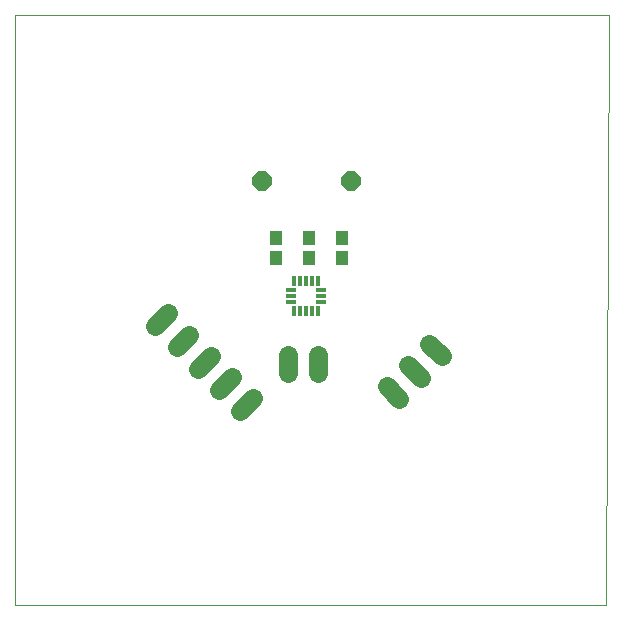
<source format=gts>
G75*
%MOIN*%
%OFA0B0*%
%FSLAX24Y24*%
%IPPOS*%
%LPD*%
%AMOC8*
5,1,8,0,0,1.08239X$1,22.5*
%
%ADD10C,0.0000*%
%ADD11R,0.0355X0.0158*%
%ADD12R,0.0158X0.0355*%
%ADD13R,0.0434X0.0473*%
%ADD14C,0.0640*%
%ADD15OC8,0.0640*%
D10*
X000112Y000100D02*
X000100Y019777D01*
X019899Y019789D01*
X019797Y000100D01*
X000112Y000100D01*
D11*
X009310Y010203D03*
X009310Y010400D03*
X009310Y010597D03*
X010314Y010597D03*
X010314Y010400D03*
X010314Y010203D03*
D12*
X010206Y009898D03*
X010009Y009898D03*
X009812Y009898D03*
X009615Y009898D03*
X009418Y009898D03*
X009418Y010902D03*
X009615Y010902D03*
X009812Y010902D03*
X010009Y010902D03*
X010206Y010902D03*
D13*
X009912Y011665D03*
X009912Y012335D03*
X008812Y012335D03*
X008812Y011665D03*
X011012Y011665D03*
X011012Y012335D03*
D14*
X013907Y008819D02*
X014331Y008395D01*
X013624Y007688D02*
X013200Y008112D01*
X012493Y007405D02*
X012917Y006981D01*
X010212Y007850D02*
X010212Y008450D01*
X009212Y008450D02*
X009212Y007850D01*
X008038Y006998D02*
X007614Y006574D01*
X006907Y007281D02*
X007331Y007705D01*
X006624Y008412D02*
X006200Y007988D01*
X005493Y008695D02*
X005917Y009119D01*
X005210Y009826D02*
X004785Y009402D01*
D15*
X008322Y014230D03*
X011312Y014240D03*
M02*

</source>
